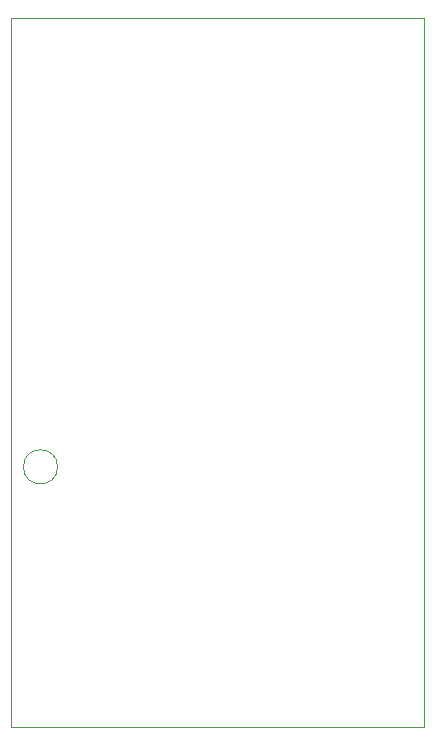
<source format=gbr>
%TF.GenerationSoftware,KiCad,Pcbnew,9.0.4-9.0.4-0~ubuntu24.04.1*%
%TF.CreationDate,2025-09-25T14:42:27+02:00*%
%TF.ProjectId,MCM-81339,4d434d2d-3831-4333-9339-2e6b69636164,rev?*%
%TF.SameCoordinates,Original*%
%TF.FileFunction,Profile,NP*%
%FSLAX46Y46*%
G04 Gerber Fmt 4.6, Leading zero omitted, Abs format (unit mm)*
G04 Created by KiCad (PCBNEW 9.0.4-9.0.4-0~ubuntu24.04.1) date 2025-09-25 14:42:27*
%MOMM*%
%LPD*%
G01*
G04 APERTURE LIST*
%TA.AperFunction,Profile*%
%ADD10C,0.100000*%
%TD*%
G04 APERTURE END LIST*
D10*
X64950000Y-82300000D02*
G75*
G02*
X62050000Y-82300000I-1450000J0D01*
G01*
X62050000Y-82300000D02*
G75*
G02*
X64950000Y-82300000I1450000J0D01*
G01*
X96000000Y-104300000D02*
X96000000Y-44300000D01*
X61000000Y-104300000D02*
X96000000Y-104300000D01*
X61000000Y-44300000D02*
X61000000Y-104300000D01*
X96000000Y-44300000D02*
X61000000Y-44300000D01*
M02*

</source>
